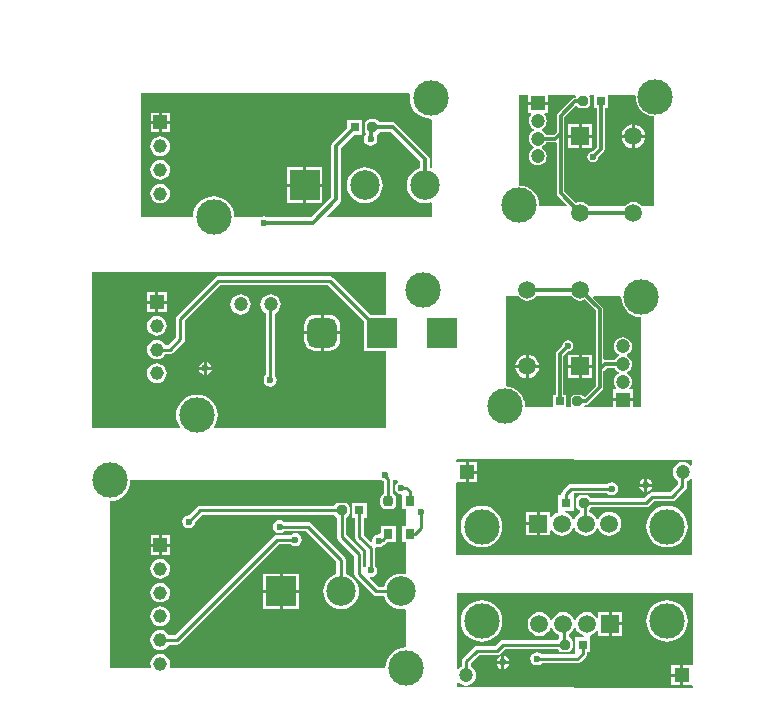
<source format=gbl>
G04*
G04 #@! TF.GenerationSoftware,Altium Limited,Altium Designer,20.1.8 (145)*
G04*
G04 Layer_Physical_Order=2*
G04 Layer_Color=16711680*
%FSLAX25Y25*%
%MOIN*%
G70*
G04*
G04 #@! TF.SameCoordinates,DC3DFF13-D98B-404C-8633-9541E25296ED*
G04*
G04*
G04 #@! TF.FilePolarity,Positive*
G04*
G01*
G75*
%ADD11R,0.03150X0.03150*%
G04:AMPARAMS|DCode=12|XSize=31.5mil|YSize=31.5mil|CornerRadius=7.87mil|HoleSize=0mil|Usage=FLASHONLY|Rotation=180.000|XOffset=0mil|YOffset=0mil|HoleType=Round|Shape=RoundedRectangle|*
%AMROUNDEDRECTD12*
21,1,0.03150,0.01575,0,0,180.0*
21,1,0.01575,0.03150,0,0,180.0*
1,1,0.01575,-0.00787,0.00787*
1,1,0.01575,0.00787,0.00787*
1,1,0.01575,0.00787,-0.00787*
1,1,0.01575,-0.00787,-0.00787*
%
%ADD12ROUNDEDRECTD12*%
%ADD14C,0.01000*%
%ADD19C,0.01181*%
%ADD21C,0.00122*%
%ADD22C,0.04724*%
%ADD23R,0.04724X0.04724*%
%ADD24C,0.05906*%
%ADD25R,0.05906X0.05906*%
%ADD26C,0.11811*%
%ADD27C,0.02362*%
%ADD28R,0.04528X0.04528*%
%ADD29C,0.04528*%
%ADD30R,0.09843X0.09843*%
%ADD31C,0.09843*%
%ADD32R,0.04724X0.04724*%
%ADD33R,0.05906X0.05906*%
G04:AMPARAMS|DCode=34|XSize=98.43mil|YSize=98.43mil|CornerRadius=24.61mil|HoleSize=0mil|Usage=FLASHONLY|Rotation=270.000|XOffset=0mil|YOffset=0mil|HoleType=Round|Shape=RoundedRectangle|*
%AMROUNDEDRECTD34*
21,1,0.09843,0.04921,0,0,270.0*
21,1,0.04921,0.09843,0,0,270.0*
1,1,0.04921,-0.02461,-0.02461*
1,1,0.04921,-0.02461,0.02461*
1,1,0.04921,0.02461,0.02461*
1,1,0.04921,0.02461,-0.02461*
%
%ADD34ROUNDEDRECTD34*%
G04:AMPARAMS|DCode=35|XSize=33.47mil|YSize=31.5mil|CornerRadius=7.87mil|HoleSize=0mil|Usage=FLASHONLY|Rotation=270.000|XOffset=0mil|YOffset=0mil|HoleType=Round|Shape=RoundedRectangle|*
%AMROUNDEDRECTD35*
21,1,0.03347,0.01575,0,0,270.0*
21,1,0.01772,0.03150,0,0,270.0*
1,1,0.01575,-0.00787,-0.00886*
1,1,0.01575,-0.00787,0.00886*
1,1,0.01575,0.00787,0.00886*
1,1,0.01575,0.00787,-0.00886*
%
%ADD35ROUNDEDRECTD35*%
%ADD36R,0.03150X0.03347*%
G36*
X188989Y222728D02*
X188855Y222504D01*
X188583D01*
X188107Y222410D01*
X187703Y222140D01*
X182978Y217415D01*
X182709Y217012D01*
X182614Y216535D01*
Y211136D01*
X182585Y211116D01*
X181571Y210103D01*
X178888D01*
X178778Y210367D01*
X178298Y210992D01*
X177673Y211472D01*
X177508Y211541D01*
Y212082D01*
X177673Y212150D01*
X178298Y212630D01*
X178778Y213255D01*
X179079Y213983D01*
X179182Y214764D01*
X179079Y215545D01*
X178778Y216273D01*
X178368Y216807D01*
X178513Y217307D01*
X179527D01*
Y220169D01*
X172802D01*
Y217307D01*
X173815D01*
X173961Y216807D01*
X173551Y216273D01*
X173249Y215545D01*
X173146Y214764D01*
X173249Y213983D01*
X173551Y213255D01*
X174030Y212630D01*
X174655Y212150D01*
X174821Y212082D01*
Y211541D01*
X174655Y211472D01*
X174030Y210992D01*
X173551Y210367D01*
X173249Y209639D01*
X173146Y208858D01*
X173249Y208077D01*
X173551Y207349D01*
X174030Y206724D01*
X174655Y206245D01*
X174821Y206176D01*
Y205635D01*
X174655Y205566D01*
X174030Y205087D01*
X173551Y204462D01*
X173249Y203734D01*
X173146Y202953D01*
X173249Y202172D01*
X173551Y201444D01*
X174030Y200819D01*
X174655Y200339D01*
X175383Y200038D01*
X176164Y199935D01*
X176945Y200038D01*
X177673Y200339D01*
X178298Y200819D01*
X178778Y201444D01*
X179079Y202172D01*
X179182Y202953D01*
X179079Y203734D01*
X178778Y204462D01*
X178298Y205087D01*
X177673Y205566D01*
X177508Y205635D01*
Y206176D01*
X177673Y206245D01*
X178298Y206724D01*
X178778Y207349D01*
X178888Y207614D01*
X182087D01*
X182114Y207619D01*
X182614Y207209D01*
Y190551D01*
X182709Y190075D01*
X182978Y189671D01*
X185967Y186682D01*
X185776Y186221D01*
X176979D01*
X176644Y186591D01*
X176646Y186614D01*
X176520Y187895D01*
X176146Y189127D01*
X175539Y190263D01*
X174722Y191258D01*
X173727Y192075D01*
X172592Y192681D01*
X171360Y193055D01*
X170079Y193181D01*
Y223228D01*
X172802D01*
Y221169D01*
X179527D01*
Y223228D01*
X188706D01*
X188989Y222728D01*
D02*
G37*
G36*
X208790Y222858D02*
X208787Y222835D01*
X208913Y221553D01*
X209287Y220322D01*
X209894Y219186D01*
X210711Y218191D01*
X211706Y217374D01*
X212841Y216768D01*
X214073Y216394D01*
X214961Y216306D01*
Y186221D01*
X210925D01*
X210626Y186610D01*
X209878Y187185D01*
X209006Y187546D01*
X208071Y187669D01*
X207136Y187546D01*
X206264Y187185D01*
X205516Y186610D01*
X205217Y186221D01*
X193209D01*
X192910Y186610D01*
X192161Y187185D01*
X191290Y187546D01*
X190354Y187669D01*
X189419Y187546D01*
X188857Y187313D01*
X185103Y191067D01*
Y216020D01*
X188788Y219705D01*
X189414Y219624D01*
X189529Y219451D01*
X189998Y219137D01*
X190551Y219027D01*
X192126D01*
X192679Y219137D01*
X193148Y219451D01*
X193461Y219919D01*
X193571Y220473D01*
Y222047D01*
X193461Y222600D01*
X193376Y222728D01*
X193643Y223228D01*
X195039D01*
Y219055D01*
X196000D01*
Y206027D01*
X194561Y204588D01*
X194488Y204602D01*
X193782Y204462D01*
X193183Y204062D01*
X192782Y203463D01*
X192642Y202756D01*
X192782Y202049D01*
X193183Y201450D01*
X193782Y201050D01*
X194488Y200909D01*
X195195Y201050D01*
X195794Y201450D01*
X196194Y202049D01*
X196335Y202756D01*
X196320Y202828D01*
X198124Y204632D01*
X198394Y205036D01*
X198488Y205512D01*
Y219055D01*
X199449D01*
Y223228D01*
X208454D01*
X208790Y222858D01*
D02*
G37*
G36*
X133650Y223516D02*
X133537Y222370D01*
X133671Y221016D01*
X134066Y219715D01*
X134707Y218515D01*
X135570Y217463D01*
X136621Y216601D01*
X137821Y215959D01*
X139123Y215564D01*
X140476Y215431D01*
X140574Y215441D01*
X140945Y215105D01*
Y199355D01*
X140520Y199069D01*
X140126Y199252D01*
Y202047D01*
X140002Y202668D01*
X139651Y203194D01*
X129100Y213745D01*
X128573Y214097D01*
X127953Y214220D01*
X123443D01*
X123139Y214674D01*
X122548Y215070D01*
X121850Y215208D01*
X120276D01*
X119578Y215070D01*
X118987Y214674D01*
X118592Y214083D01*
X118453Y213386D01*
Y211811D01*
X118592Y211114D01*
X118820Y210772D01*
X118900Y210234D01*
X118418Y209512D01*
X118249Y208662D01*
X118418Y207810D01*
X118900Y207089D01*
X119621Y206607D01*
X120472Y206438D01*
X121323Y206607D01*
X122045Y207089D01*
X122527Y207810D01*
X122696Y208662D01*
X122527Y209512D01*
X122467Y209602D01*
X122548Y210127D01*
X123139Y210522D01*
X123443Y210977D01*
X127281D01*
X136882Y201376D01*
Y198986D01*
X136227Y198787D01*
X135198Y198238D01*
X134297Y197498D01*
X133557Y196596D01*
X133007Y195567D01*
X132668Y194451D01*
X132554Y193290D01*
X132668Y192130D01*
X133007Y191013D01*
X133557Y189985D01*
X134297Y189083D01*
X135198Y188343D01*
X136227Y187793D01*
X137343Y187455D01*
X138504Y187340D01*
X139665Y187455D01*
X140445Y187691D01*
X140945Y187330D01*
Y182677D01*
X106096D01*
X105905Y183139D01*
X110202Y187436D01*
X110553Y187962D01*
X110677Y188583D01*
Y205824D01*
X114876Y210024D01*
X117732D01*
Y215173D01*
X112583D01*
Y212317D01*
X107908Y207643D01*
X107557Y207117D01*
X107433Y206496D01*
Y189254D01*
X100856Y182677D01*
X86019Y182677D01*
X85890Y182763D01*
X85039Y182932D01*
X84188Y182763D01*
X84060Y182677D01*
X75049D01*
X75049Y182677D01*
X74916Y184031D01*
X74521Y185333D01*
X73880Y186532D01*
X73017Y187584D01*
X71965Y188447D01*
X70766Y189088D01*
X69464Y189483D01*
X68110Y189616D01*
X66756Y189483D01*
X65455Y189088D01*
X64255Y188447D01*
X63204Y187584D01*
X62341Y186532D01*
X61699Y185333D01*
X61305Y184031D01*
X61171Y182677D01*
X61171Y182677D01*
X44094D01*
Y224016D01*
X133303Y224016D01*
X133650Y223516D01*
D02*
G37*
G36*
X187799Y155909D02*
X188548Y155335D01*
X189419Y154974D01*
X190354Y154851D01*
X191290Y154974D01*
X191852Y155207D01*
X195606Y151453D01*
Y126500D01*
X191921Y122815D01*
X191295Y122896D01*
X191179Y123069D01*
X190710Y123382D01*
X190157Y123492D01*
X188583D01*
X188030Y123382D01*
X187561Y123069D01*
X187248Y122600D01*
X187138Y122047D01*
Y120472D01*
X187248Y119919D01*
X187333Y119791D01*
X187066Y119291D01*
X185669D01*
Y123465D01*
X184709D01*
Y136492D01*
X186148Y137932D01*
X186220Y137917D01*
X186927Y138058D01*
X187526Y138458D01*
X187926Y139057D01*
X188067Y139764D01*
X187926Y140470D01*
X187526Y141069D01*
X186927Y141470D01*
X186220Y141610D01*
X185514Y141470D01*
X184915Y141069D01*
X184514Y140470D01*
X184374Y139764D01*
X184388Y139691D01*
X182585Y137888D01*
X182315Y137484D01*
X182220Y137008D01*
Y123465D01*
X181260D01*
Y119291D01*
X172255D01*
X171919Y119662D01*
X171921Y119685D01*
X171795Y120966D01*
X171422Y122198D01*
X170815Y123334D01*
X169998Y124329D01*
X169003Y125145D01*
X167867Y125752D01*
X166636Y126126D01*
X165748Y126213D01*
Y156299D01*
X169783D01*
X170083Y155909D01*
X170831Y155335D01*
X171703Y154974D01*
X172638Y154851D01*
X173573Y154974D01*
X174445Y155335D01*
X175193Y155909D01*
X175492Y156299D01*
X187500D01*
X187799Y155909D01*
D02*
G37*
G36*
X125571Y150016D02*
X120578D01*
X108095Y162499D01*
X107598Y162830D01*
X107013Y162947D01*
X69685D01*
X69100Y162830D01*
X68604Y162499D01*
X55955Y149850D01*
X55623Y149354D01*
X55507Y148768D01*
Y142709D01*
X52859Y140061D01*
X52112D01*
X52064Y140178D01*
X51540Y140859D01*
X50859Y141382D01*
X50065Y141711D01*
X49213Y141823D01*
X48361Y141711D01*
X47567Y141382D01*
X46885Y140859D01*
X46362Y140178D01*
X46033Y139383D01*
X45921Y138531D01*
X46033Y137680D01*
X46362Y136885D01*
X46885Y136204D01*
X47567Y135681D01*
X48361Y135352D01*
X49213Y135240D01*
X50065Y135352D01*
X50859Y135681D01*
X51540Y136204D01*
X52064Y136885D01*
X52112Y137002D01*
X53492D01*
X54077Y137118D01*
X54574Y137450D01*
X58118Y140994D01*
X58449Y141490D01*
X58565Y142075D01*
Y148135D01*
X70319Y159888D01*
X106380D01*
X118415Y147853D01*
Y138173D01*
X125571D01*
Y112264D01*
X68543D01*
X68435Y112491D01*
X68361Y112764D01*
X68989Y113939D01*
X69384Y115241D01*
X69518Y116595D01*
X69384Y117948D01*
X68989Y119250D01*
X68348Y120450D01*
X67485Y121501D01*
X66434Y122364D01*
X65234Y123005D01*
X63932Y123400D01*
X62579Y123533D01*
X61225Y123400D01*
X59923Y123005D01*
X58724Y122364D01*
X57672Y121501D01*
X56809Y120450D01*
X56168Y119250D01*
X55773Y117948D01*
X55640Y116595D01*
X55773Y115241D01*
X56168Y113939D01*
X56796Y112764D01*
X56722Y112491D01*
X56615Y112264D01*
X27539D01*
Y164232D01*
X125571D01*
Y150016D01*
D02*
G37*
G36*
X204065Y155929D02*
X204063Y155905D01*
X204189Y154624D01*
X204563Y153392D01*
X205170Y152257D01*
X205986Y151262D01*
X206981Y150445D01*
X208117Y149838D01*
X209349Y149465D01*
X210630Y149338D01*
Y119291D01*
X207907D01*
Y121350D01*
X201182D01*
Y119291D01*
X192003D01*
X191720Y119791D01*
X191854Y120015D01*
X192126D01*
X192602Y120110D01*
X193006Y120380D01*
X197730Y125104D01*
X198000Y125508D01*
X198095Y125984D01*
Y131384D01*
X198124Y131404D01*
X199137Y132417D01*
X201821D01*
X201931Y132152D01*
X202410Y131527D01*
X203035Y131048D01*
X203201Y130979D01*
Y130438D01*
X203035Y130369D01*
X202410Y129890D01*
X201931Y129265D01*
X201629Y128537D01*
X201526Y127756D01*
X201629Y126975D01*
X201931Y126247D01*
X202341Y125713D01*
X202195Y125213D01*
X201182D01*
Y122350D01*
X207907D01*
Y125213D01*
X206893D01*
X206748Y125713D01*
X207158Y126247D01*
X207459Y126975D01*
X207562Y127756D01*
X207459Y128537D01*
X207158Y129265D01*
X206678Y129890D01*
X206053Y130369D01*
X205888Y130438D01*
Y130979D01*
X206053Y131048D01*
X206678Y131527D01*
X207158Y132152D01*
X207459Y132880D01*
X207562Y133661D01*
X207459Y134442D01*
X207158Y135170D01*
X206678Y135795D01*
X206053Y136275D01*
X205888Y136344D01*
Y136885D01*
X206053Y136953D01*
X206678Y137433D01*
X207158Y138058D01*
X207459Y138786D01*
X207562Y139567D01*
X207459Y140348D01*
X207158Y141076D01*
X206678Y141701D01*
X206053Y142181D01*
X205325Y142482D01*
X204544Y142585D01*
X203763Y142482D01*
X203035Y142181D01*
X202410Y141701D01*
X201931Y141076D01*
X201629Y140348D01*
X201526Y139567D01*
X201629Y138786D01*
X201931Y138058D01*
X202410Y137433D01*
X203035Y136953D01*
X203201Y136885D01*
Y136344D01*
X203035Y136275D01*
X202410Y135795D01*
X201931Y135170D01*
X201821Y134906D01*
X198622D01*
X198595Y134900D01*
X198095Y135311D01*
Y151969D01*
X198000Y152445D01*
X197730Y152848D01*
X194741Y155837D01*
X194933Y156299D01*
X203729D01*
X204065Y155929D01*
D02*
G37*
G36*
X227559Y101575D02*
Y100021D01*
X227059Y99851D01*
X226918Y100036D01*
X226215Y100575D01*
X225397Y100913D01*
X224520Y101029D01*
X223642Y100913D01*
X222824Y100575D01*
X222122Y100036D01*
X221583Y99333D01*
X221244Y98515D01*
X221128Y97638D01*
X221244Y96760D01*
X221583Y95942D01*
X222122Y95240D01*
X222824Y94701D01*
X222880Y94678D01*
Y93547D01*
X220572Y91239D01*
X220572Y91239D01*
X220276Y90943D01*
X214217D01*
X213632Y90827D01*
X213136Y90495D01*
X211571Y88931D01*
X193977D01*
X193611Y89478D01*
X193020Y89873D01*
X192323Y90011D01*
X190748D01*
X190051Y89873D01*
X189459Y89478D01*
X189064Y88886D01*
X188926Y88189D01*
Y86614D01*
X189064Y85917D01*
X189459Y85325D01*
X190051Y84930D01*
X190301Y84881D01*
Y84034D01*
X190132Y83965D01*
X189307Y83331D01*
X188673Y82505D01*
X188460Y81989D01*
X187918D01*
X187705Y82505D01*
X187071Y83331D01*
X186245Y83965D01*
X185284Y84363D01*
X185404Y84827D01*
X188205D01*
Y89976D01*
X188205D01*
X188255Y90455D01*
X188352Y90597D01*
X199186D01*
X199215Y90553D01*
X199936Y90071D01*
X200787Y89902D01*
X201638Y90071D01*
X202360Y90553D01*
X202842Y91275D01*
X203011Y92126D01*
X202842Y92977D01*
X202360Y93699D01*
X201638Y94181D01*
X200787Y94350D01*
X199936Y94181D01*
X199215Y93699D01*
X199186Y93655D01*
X187401D01*
X186816Y93539D01*
X186320Y93207D01*
X184548Y91436D01*
X184217Y90940D01*
X184100Y90354D01*
Y89976D01*
X183055D01*
Y84827D01*
X183100D01*
X183220Y84363D01*
X182258Y83965D01*
X181433Y83331D01*
X180831Y82546D01*
X180775Y82546D01*
X180331Y82881D01*
Y84465D01*
X176878D01*
Y80512D01*
Y76559D01*
X180331D01*
Y78143D01*
X180775Y78478D01*
X180831Y78477D01*
X181433Y77693D01*
X182258Y77059D01*
X183220Y76661D01*
X184252Y76525D01*
X185284Y76661D01*
X186245Y77059D01*
X187071Y77693D01*
X187705Y78518D01*
X187918Y79034D01*
X188460D01*
X188673Y78518D01*
X189307Y77693D01*
X190132Y77059D01*
X191094Y76661D01*
X192126Y76525D01*
X193158Y76661D01*
X194119Y77059D01*
X194945Y77693D01*
X195579Y78518D01*
X195792Y79034D01*
X196334D01*
X196547Y78518D01*
X197181Y77693D01*
X198006Y77059D01*
X198968Y76661D01*
X200000Y76525D01*
X201032Y76661D01*
X201993Y77059D01*
X202819Y77693D01*
X203453Y78518D01*
X203851Y79480D01*
X203987Y80512D01*
X203851Y81544D01*
X203453Y82505D01*
X202819Y83331D01*
X201993Y83965D01*
X201032Y84363D01*
X200000Y84499D01*
X198968Y84363D01*
X198006Y83965D01*
X197181Y83331D01*
X196547Y82505D01*
X196334Y81989D01*
X195792D01*
X195579Y82505D01*
X194945Y83331D01*
X194119Y83965D01*
X193360Y84279D01*
Y85158D01*
X193611Y85325D01*
X193977Y85872D01*
X212205D01*
X212790Y85989D01*
X213286Y86320D01*
X214850Y87884D01*
X220910D01*
X221495Y88001D01*
X221991Y88332D01*
X222735Y89076D01*
X222735Y89076D01*
X225491Y91832D01*
X225822Y92328D01*
X225939Y92913D01*
Y94586D01*
X226215Y94701D01*
X226918Y95240D01*
X227059Y95424D01*
X227559Y95254D01*
Y70079D01*
X148819D01*
Y94190D01*
X149283Y94275D01*
X149319Y94276D01*
X152146D01*
Y97638D01*
Y101000D01*
X149319D01*
X149283Y101000D01*
X148819Y101085D01*
Y101614D01*
X149173Y101967D01*
X227559Y101575D01*
D02*
G37*
G36*
X129570Y94382D02*
X129136Y94092D01*
X128654Y93371D01*
X128485Y92520D01*
X128654Y91669D01*
X129136Y90947D01*
X129858Y90465D01*
X130709Y90296D01*
X130890Y90147D01*
Y85245D01*
X132283D01*
Y79765D01*
X130890D01*
Y74418D01*
X132283D01*
Y64032D01*
X131898Y63702D01*
X131783Y63710D01*
X130630Y63824D01*
X129469Y63710D01*
X128353Y63371D01*
X127324Y62821D01*
X126423Y62081D01*
X125683Y61180D01*
X125133Y60151D01*
X124906Y59403D01*
X123074D01*
X120253Y62225D01*
X120438Y62618D01*
X120490Y62695D01*
X121323Y62861D01*
X122045Y63343D01*
X122527Y64064D01*
X122696Y64915D01*
X122527Y65766D01*
X122045Y66488D01*
X122002Y66517D01*
Y72398D01*
X122152Y72540D01*
X122453Y72733D01*
X123228Y72579D01*
X124079Y72749D01*
X124801Y73231D01*
X125120Y73708D01*
X125530Y73982D01*
X125966Y74418D01*
X128953D01*
Y79765D01*
X123803D01*
Y77307D01*
X123417Y76990D01*
X123228Y77027D01*
X122377Y76858D01*
X121656Y76376D01*
X121174Y75654D01*
X121004Y74803D01*
X121010Y74773D01*
X120550Y74527D01*
X118285Y76792D01*
Y82300D01*
X119330D01*
Y87450D01*
X114181D01*
Y82300D01*
X115226D01*
Y76158D01*
X115342Y75573D01*
X115674Y75077D01*
X118943Y71807D01*
Y66517D01*
X118900Y66488D01*
X118565Y65986D01*
X118065Y66138D01*
Y70473D01*
X117948Y71058D01*
X117617Y71554D01*
X112379Y76792D01*
Y82434D01*
X112926Y82799D01*
X113321Y83390D01*
X113460Y84088D01*
Y85662D01*
X113321Y86360D01*
X112926Y86951D01*
X112335Y87346D01*
X111637Y87485D01*
X110062D01*
X109365Y87346D01*
X108774Y86951D01*
X108408Y86404D01*
X63615D01*
X63030Y86288D01*
X62534Y85957D01*
X59893Y83316D01*
X59842Y83326D01*
X58991Y83157D01*
X58270Y82675D01*
X57788Y81953D01*
X57619Y81102D01*
X57788Y80251D01*
X58270Y79530D01*
X58991Y79048D01*
X59842Y78878D01*
X60694Y79048D01*
X61415Y79530D01*
X61897Y80251D01*
X62066Y81102D01*
X62056Y81153D01*
X64249Y83346D01*
X108408D01*
X108774Y82799D01*
X109320Y82434D01*
Y76158D01*
X109437Y75573D01*
X109768Y75077D01*
X115006Y69839D01*
Y63779D01*
X115122Y63194D01*
X115454Y62698D01*
X121360Y56793D01*
X121856Y56461D01*
X122441Y56345D01*
X124906D01*
X125133Y55597D01*
X125683Y54568D01*
X126423Y53667D01*
X127324Y52927D01*
X128353Y52377D01*
X129469Y52039D01*
X130630Y51924D01*
X131783Y52038D01*
X131898Y52046D01*
X132283Y51716D01*
Y39222D01*
X130930Y39089D01*
X129628Y38694D01*
X128428Y38053D01*
X127377Y37190D01*
X126514Y36138D01*
X125873Y34939D01*
X125478Y33637D01*
X125345Y32283D01*
X53745D01*
X53468Y32699D01*
X53574Y32955D01*
X53686Y33807D01*
X53574Y34659D01*
X53245Y35453D01*
X52721Y36135D01*
X52040Y36658D01*
X51246Y36987D01*
X50394Y37099D01*
X49542Y36987D01*
X48748Y36658D01*
X48066Y36135D01*
X47543Y35453D01*
X47214Y34659D01*
X47102Y33807D01*
X47214Y32955D01*
X47320Y32699D01*
X47042Y32283D01*
X33465D01*
Y87943D01*
X34818Y88076D01*
X36120Y88471D01*
X37320Y89112D01*
X38371Y89975D01*
X39234Y91027D01*
X39875Y92226D01*
X40270Y93528D01*
X40404Y94882D01*
X124217D01*
X124346Y94796D01*
X124813Y94703D01*
X124849Y94667D01*
Y90458D01*
X124302Y90093D01*
X123907Y89502D01*
X123768Y88804D01*
Y87033D01*
X123907Y86335D01*
X124302Y85744D01*
X124893Y85349D01*
X125591Y85210D01*
X127165D01*
X127863Y85349D01*
X128454Y85744D01*
X128849Y86335D01*
X128988Y87033D01*
Y88804D01*
X128849Y89502D01*
X128454Y90093D01*
X127907Y90458D01*
Y94882D01*
X129418D01*
X129570Y94382D01*
D02*
G37*
G36*
X227953Y33369D02*
X227488Y33283D01*
X227453Y33283D01*
X224626D01*
Y29921D01*
Y26559D01*
X227453D01*
X227488Y26559D01*
X227953Y26474D01*
Y25945D01*
X227598Y25592D01*
X149213Y25984D01*
Y27538D01*
X149713Y27708D01*
X149854Y27523D01*
X150556Y26984D01*
X151374Y26646D01*
X152252Y26530D01*
X153130Y26646D01*
X153948Y26984D01*
X154650Y27523D01*
X155189Y28226D01*
X155528Y29044D01*
X155643Y29921D01*
X155528Y30799D01*
X155189Y31617D01*
X154650Y32319D01*
X153948Y32858D01*
X153892Y32881D01*
Y34012D01*
X156200Y36320D01*
X156200Y36320D01*
X156495Y36616D01*
X162555D01*
X163140Y36732D01*
X163636Y37064D01*
X165200Y38628D01*
X182795D01*
X183160Y38081D01*
X183751Y37686D01*
X184449Y37548D01*
X186024D01*
X186721Y37686D01*
X187312Y38081D01*
X187707Y38673D01*
X187846Y39370D01*
Y40945D01*
X187707Y41642D01*
X187312Y42234D01*
X186721Y42629D01*
X186470Y42678D01*
Y43525D01*
X186639Y43595D01*
X187465Y44228D01*
X188098Y45054D01*
X188312Y45570D01*
X188853D01*
X189067Y45054D01*
X189700Y44228D01*
X190526Y43595D01*
X191488Y43196D01*
X191367Y42732D01*
X188567D01*
Y37583D01*
X188567D01*
X188516Y37104D01*
X188419Y36963D01*
X177585D01*
X177557Y37006D01*
X176835Y37488D01*
X175984Y37657D01*
X175133Y37488D01*
X174412Y37006D01*
X173930Y36284D01*
X173760Y35433D01*
X173930Y34582D01*
X174412Y33861D01*
X175133Y33379D01*
X175984Y33209D01*
X176835Y33379D01*
X177557Y33861D01*
X177585Y33904D01*
X189370D01*
X189955Y34020D01*
X190452Y34352D01*
X192223Y36123D01*
X192555Y36619D01*
X192671Y37205D01*
Y37583D01*
X193717D01*
Y42732D01*
X193672D01*
X193552Y43196D01*
X194513Y43595D01*
X195339Y44228D01*
X195941Y45013D01*
X195997Y45013D01*
X196441Y44678D01*
Y43095D01*
X199894D01*
Y47047D01*
Y51000D01*
X196441D01*
Y49417D01*
X195997Y49081D01*
X195941Y49082D01*
X195339Y49866D01*
X194513Y50500D01*
X193552Y50898D01*
X192520Y51034D01*
X191488Y50898D01*
X190526Y50500D01*
X189700Y49866D01*
X189067Y49041D01*
X188853Y48525D01*
X188312D01*
X188098Y49041D01*
X187465Y49866D01*
X186639Y50500D01*
X185678Y50898D01*
X184646Y51034D01*
X183614Y50898D01*
X182652Y50500D01*
X181826Y49866D01*
X181193Y49041D01*
X180979Y48525D01*
X180438D01*
X180224Y49041D01*
X179591Y49866D01*
X178765Y50500D01*
X177804Y50898D01*
X176772Y51034D01*
X175740Y50898D01*
X174778Y50500D01*
X173952Y49866D01*
X173319Y49041D01*
X172921Y48079D01*
X172785Y47047D01*
X172921Y46015D01*
X173319Y45054D01*
X173952Y44228D01*
X174778Y43595D01*
X175740Y43196D01*
X176772Y43060D01*
X177804Y43196D01*
X178765Y43595D01*
X179591Y44228D01*
X180224Y45054D01*
X180438Y45570D01*
X180979D01*
X181193Y45054D01*
X181826Y44228D01*
X182652Y43595D01*
X183412Y43280D01*
Y42401D01*
X183160Y42234D01*
X182795Y41687D01*
X164567D01*
X163982Y41570D01*
X163486Y41239D01*
X161921Y39675D01*
X155862D01*
X155277Y39558D01*
X154780Y39227D01*
X154037Y38483D01*
X154037Y38483D01*
X151281Y35727D01*
X150949Y35231D01*
X150833Y34646D01*
Y32973D01*
X150556Y32858D01*
X149854Y32319D01*
X149713Y32135D01*
X149213Y32305D01*
Y57480D01*
X227953D01*
Y33369D01*
D02*
G37*
%LPC*%
G36*
X208571Y213567D02*
Y210146D01*
X211992D01*
X211922Y210678D01*
X211524Y211639D01*
X210890Y212465D01*
X210064Y213098D01*
X209103Y213497D01*
X208571Y213567D01*
D02*
G37*
G36*
X207571D02*
X207039Y213497D01*
X206077Y213098D01*
X205252Y212465D01*
X204618Y211639D01*
X204220Y210678D01*
X204150Y210146D01*
X207571D01*
Y213567D01*
D02*
G37*
G36*
X194307Y213598D02*
X190854D01*
Y210146D01*
X194307D01*
Y213598D01*
D02*
G37*
G36*
X189854D02*
X186402D01*
Y210146D01*
X189854D01*
Y213598D01*
D02*
G37*
G36*
X211992Y209146D02*
X208571D01*
Y205725D01*
X209103Y205795D01*
X210064Y206193D01*
X210890Y206827D01*
X211524Y207652D01*
X211922Y208614D01*
X211992Y209146D01*
D02*
G37*
G36*
X207571D02*
X204150D01*
X204220Y208614D01*
X204618Y207652D01*
X205252Y206827D01*
X206077Y206193D01*
X207039Y205795D01*
X207571Y205725D01*
Y209146D01*
D02*
G37*
G36*
X194307D02*
X190854D01*
Y205693D01*
X194307D01*
Y209146D01*
D02*
G37*
G36*
X189854D02*
X186402D01*
Y205693D01*
X189854D01*
Y209146D01*
D02*
G37*
G36*
X53658Y217488D02*
X50894D01*
Y214724D01*
X53658D01*
Y217488D01*
D02*
G37*
G36*
X49894D02*
X47130D01*
Y214724D01*
X49894D01*
Y217488D01*
D02*
G37*
G36*
X53658Y213724D02*
X50894D01*
Y210961D01*
X53658D01*
Y213724D01*
D02*
G37*
G36*
X49894D02*
X47130D01*
Y210961D01*
X49894D01*
Y213724D01*
D02*
G37*
G36*
X50394Y209615D02*
X49542Y209503D01*
X48748Y209174D01*
X48066Y208651D01*
X47543Y207969D01*
X47214Y207175D01*
X47102Y206323D01*
X47214Y205471D01*
X47543Y204677D01*
X48066Y203995D01*
X48748Y203472D01*
X49542Y203143D01*
X50394Y203031D01*
X51246Y203143D01*
X52040Y203472D01*
X52721Y203995D01*
X53245Y204677D01*
X53574Y205471D01*
X53686Y206323D01*
X53574Y207175D01*
X53245Y207969D01*
X52721Y208651D01*
X52040Y209174D01*
X51246Y209503D01*
X50394Y209615D01*
D02*
G37*
G36*
Y201717D02*
X49542Y201605D01*
X48748Y201276D01*
X48066Y200753D01*
X47543Y200071D01*
X47214Y199277D01*
X47102Y198425D01*
X47214Y197573D01*
X47543Y196779D01*
X48066Y196098D01*
X48748Y195574D01*
X49542Y195246D01*
X50394Y195133D01*
X51246Y195246D01*
X52040Y195574D01*
X52721Y196098D01*
X53245Y196779D01*
X53574Y197573D01*
X53686Y198425D01*
X53574Y199277D01*
X53245Y200071D01*
X52721Y200753D01*
X52040Y201276D01*
X51246Y201605D01*
X50394Y201717D01*
D02*
G37*
G36*
X104425Y199212D02*
X99004D01*
Y193790D01*
X104425D01*
Y199212D01*
D02*
G37*
G36*
X98004D02*
X92583D01*
Y193790D01*
X98004D01*
Y199212D01*
D02*
G37*
G36*
X104425Y192790D02*
X99004D01*
Y187369D01*
X104425D01*
Y192790D01*
D02*
G37*
G36*
X98004D02*
X92583D01*
Y187369D01*
X98004D01*
Y192790D01*
D02*
G37*
G36*
X118504Y199240D02*
X117343Y199126D01*
X116227Y198787D01*
X115198Y198238D01*
X114297Y197498D01*
X113557Y196596D01*
X113007Y195567D01*
X112668Y194451D01*
X112554Y193290D01*
X112668Y192130D01*
X113007Y191013D01*
X113557Y189985D01*
X114297Y189083D01*
X115198Y188343D01*
X116227Y187793D01*
X117343Y187455D01*
X118504Y187340D01*
X119665Y187455D01*
X120781Y187793D01*
X121809Y188343D01*
X122711Y189083D01*
X123451Y189985D01*
X124001Y191013D01*
X124339Y192130D01*
X124454Y193290D01*
X124339Y194451D01*
X124001Y195567D01*
X123451Y196596D01*
X122711Y197498D01*
X121809Y198238D01*
X120781Y198787D01*
X119665Y199126D01*
X118504Y199240D01*
D02*
G37*
G36*
X50394Y193816D02*
X49542Y193703D01*
X48748Y193375D01*
X48066Y192851D01*
X47543Y192170D01*
X47214Y191376D01*
X47102Y190524D01*
X47214Y189672D01*
X47543Y188878D01*
X48066Y188196D01*
X48748Y187673D01*
X49542Y187344D01*
X50394Y187232D01*
X51246Y187344D01*
X52040Y187673D01*
X52721Y188196D01*
X53245Y188878D01*
X53574Y189672D01*
X53686Y190524D01*
X53574Y191376D01*
X53245Y192170D01*
X52721Y192851D01*
X52040Y193375D01*
X51246Y193703D01*
X50394Y193816D01*
D02*
G37*
G36*
X194307Y136827D02*
X190854D01*
Y133374D01*
X194307D01*
Y136827D01*
D02*
G37*
G36*
X189854D02*
X186401D01*
Y133374D01*
X189854D01*
Y136827D01*
D02*
G37*
G36*
X173138Y136795D02*
Y133374D01*
X176559D01*
X176489Y133906D01*
X176091Y134867D01*
X175457Y135693D01*
X174631Y136327D01*
X173670Y136725D01*
X173138Y136795D01*
D02*
G37*
G36*
X172138D02*
X171606Y136725D01*
X170644Y136327D01*
X169819Y135693D01*
X169185Y134867D01*
X168787Y133906D01*
X168717Y133374D01*
X172138D01*
Y136795D01*
D02*
G37*
G36*
X176559Y132374D02*
X173138D01*
Y128953D01*
X173670Y129023D01*
X174631Y129421D01*
X175457Y130055D01*
X176091Y130880D01*
X176489Y131842D01*
X176559Y132374D01*
D02*
G37*
G36*
X172138D02*
X168717D01*
X168787Y131842D01*
X169185Y130880D01*
X169819Y130055D01*
X170644Y129421D01*
X171606Y129023D01*
X172138Y128953D01*
Y132374D01*
D02*
G37*
G36*
X194307D02*
X190854D01*
Y128921D01*
X194307D01*
Y132374D01*
D02*
G37*
G36*
X189854D02*
X186401D01*
Y128921D01*
X189854D01*
Y132374D01*
D02*
G37*
G36*
X52476Y157595D02*
X49713D01*
Y154831D01*
X52476D01*
Y157595D01*
D02*
G37*
G36*
X48713D02*
X45949D01*
Y154831D01*
X48713D01*
Y157595D01*
D02*
G37*
G36*
X52476Y153831D02*
X49713D01*
Y151067D01*
X52476D01*
Y153831D01*
D02*
G37*
G36*
X48713D02*
X45949D01*
Y151067D01*
X48713D01*
Y153831D01*
D02*
G37*
G36*
X77165Y156934D02*
X76288Y156819D01*
X75470Y156480D01*
X74767Y155941D01*
X74229Y155239D01*
X73890Y154421D01*
X73774Y153543D01*
X73890Y152666D01*
X74229Y151848D01*
X74767Y151145D01*
X75470Y150606D01*
X76288Y150268D01*
X77165Y150152D01*
X78043Y150268D01*
X78861Y150606D01*
X79563Y151145D01*
X80102Y151848D01*
X80441Y152666D01*
X80557Y153543D01*
X80441Y154421D01*
X80102Y155239D01*
X79563Y155941D01*
X78861Y156480D01*
X78043Y156819D01*
X77165Y156934D01*
D02*
G37*
G36*
X106797Y150046D02*
X104836D01*
Y144595D01*
X110287D01*
Y146555D01*
X110168Y147459D01*
X109819Y148300D01*
X109265Y149023D01*
X108542Y149578D01*
X107700Y149927D01*
X106797Y150046D01*
D02*
G37*
G36*
X103836D02*
X101875D01*
X100972Y149927D01*
X100130Y149578D01*
X99407Y149023D01*
X98852Y148300D01*
X98504Y147459D01*
X98385Y146555D01*
Y144595D01*
X103836D01*
Y150046D01*
D02*
G37*
G36*
X49213Y149721D02*
X48361Y149609D01*
X47567Y149280D01*
X46885Y148757D01*
X46362Y148075D01*
X46033Y147281D01*
X45921Y146429D01*
X46033Y145577D01*
X46362Y144783D01*
X46885Y144101D01*
X47567Y143578D01*
X48361Y143249D01*
X49213Y143137D01*
X50065Y143249D01*
X50859Y143578D01*
X51540Y144101D01*
X52064Y144783D01*
X52392Y145577D01*
X52504Y146429D01*
X52392Y147281D01*
X52064Y148075D01*
X51540Y148757D01*
X50859Y149280D01*
X50065Y149609D01*
X49213Y149721D01*
D02*
G37*
G36*
X110287Y143595D02*
X104836D01*
Y138143D01*
X106797D01*
X107700Y138262D01*
X108542Y138611D01*
X109265Y139166D01*
X109819Y139889D01*
X110168Y140730D01*
X110287Y141634D01*
Y143595D01*
D02*
G37*
G36*
X103836D02*
X98385D01*
Y141634D01*
X98504Y140730D01*
X98852Y139889D01*
X99407Y139166D01*
X100130Y138611D01*
X100972Y138262D01*
X101875Y138143D01*
X103836D01*
Y143595D01*
D02*
G37*
G36*
X65854Y134408D02*
Y132783D01*
X67479D01*
X67409Y133134D01*
X66927Y133856D01*
X66205Y134338D01*
X65854Y134408D01*
D02*
G37*
G36*
X64854D02*
X64503Y134338D01*
X63782Y133856D01*
X63300Y133134D01*
X63230Y132783D01*
X64854D01*
Y134408D01*
D02*
G37*
G36*
X67479Y131783D02*
X65854D01*
Y130159D01*
X66205Y130229D01*
X66927Y130711D01*
X67409Y131432D01*
X67479Y131783D01*
D02*
G37*
G36*
X64854D02*
X63230D01*
X63300Y131432D01*
X63782Y130711D01*
X64503Y130229D01*
X64854Y130159D01*
Y131783D01*
D02*
G37*
G36*
X49213Y133922D02*
X48361Y133810D01*
X47567Y133481D01*
X46885Y132958D01*
X46362Y132276D01*
X46033Y131482D01*
X45921Y130630D01*
X46033Y129778D01*
X46362Y128984D01*
X46885Y128302D01*
X47567Y127779D01*
X48361Y127450D01*
X49213Y127338D01*
X50065Y127450D01*
X50859Y127779D01*
X51540Y128302D01*
X52064Y128984D01*
X52392Y129778D01*
X52504Y130630D01*
X52392Y131482D01*
X52064Y132276D01*
X51540Y132958D01*
X50859Y133481D01*
X50065Y133810D01*
X49213Y133922D01*
D02*
G37*
G36*
X87165Y156934D02*
X86288Y156819D01*
X85470Y156480D01*
X84767Y155941D01*
X84228Y155239D01*
X83890Y154421D01*
X83774Y153543D01*
X83890Y152666D01*
X84228Y151848D01*
X84767Y151145D01*
X85470Y150606D01*
X85479Y150603D01*
Y129948D01*
X85435Y129919D01*
X84953Y129198D01*
X84784Y128347D01*
X84953Y127495D01*
X85435Y126774D01*
X86157Y126292D01*
X87008Y126123D01*
X87859Y126292D01*
X88580Y126774D01*
X89062Y127495D01*
X89232Y128347D01*
X89062Y129198D01*
X88580Y129919D01*
X88537Y129948D01*
Y150472D01*
X88861Y150606D01*
X89563Y151145D01*
X90102Y151848D01*
X90441Y152666D01*
X90557Y153543D01*
X90441Y154421D01*
X90102Y155239D01*
X89563Y155941D01*
X88861Y156480D01*
X88043Y156819D01*
X87165Y156934D01*
D02*
G37*
G36*
X156008Y101000D02*
X153146D01*
Y98138D01*
X156008D01*
Y101000D01*
D02*
G37*
G36*
Y97138D02*
X153146D01*
Y94276D01*
X156008D01*
Y97138D01*
D02*
G37*
G36*
X212705Y95431D02*
Y93807D01*
X214329D01*
X214259Y94158D01*
X213777Y94880D01*
X213056Y95362D01*
X212705Y95431D01*
D02*
G37*
G36*
X211705D02*
X211354Y95362D01*
X210632Y94880D01*
X210150Y94158D01*
X210080Y93807D01*
X211705D01*
Y95431D01*
D02*
G37*
G36*
X214329Y92807D02*
X212705D01*
Y91183D01*
X213056Y91252D01*
X213777Y91735D01*
X214259Y92456D01*
X214329Y92807D01*
D02*
G37*
G36*
X211705D02*
X210080D01*
X210150Y92456D01*
X210632Y91735D01*
X211354Y91252D01*
X211705Y91183D01*
Y92807D01*
D02*
G37*
G36*
X175878Y84465D02*
X172425D01*
Y81012D01*
X175878D01*
Y84465D01*
D02*
G37*
G36*
Y80012D02*
X172425D01*
Y76559D01*
X175878D01*
Y80012D01*
D02*
G37*
G36*
X219291Y86466D02*
X217938Y86333D01*
X216636Y85938D01*
X215436Y85297D01*
X214385Y84434D01*
X213522Y83383D01*
X212881Y82183D01*
X212486Y80881D01*
X212352Y79527D01*
X212486Y78174D01*
X212881Y76872D01*
X213522Y75673D01*
X214385Y74621D01*
X215436Y73758D01*
X216636Y73117D01*
X217938Y72722D01*
X219291Y72589D01*
X220645Y72722D01*
X221947Y73117D01*
X223146Y73758D01*
X224198Y74621D01*
X225061Y75673D01*
X225702Y76872D01*
X226097Y78174D01*
X226230Y79527D01*
X226097Y80881D01*
X225702Y82183D01*
X225061Y83383D01*
X224198Y84434D01*
X223146Y85297D01*
X221947Y85938D01*
X220645Y86333D01*
X219291Y86466D01*
D02*
G37*
G36*
X157480D02*
X156126Y86333D01*
X154825Y85938D01*
X153625Y85297D01*
X152574Y84434D01*
X151711Y83383D01*
X151069Y82183D01*
X150675Y80881D01*
X150541Y79527D01*
X150675Y78174D01*
X151069Y76872D01*
X151711Y75673D01*
X152574Y74621D01*
X153625Y73758D01*
X154825Y73117D01*
X156126Y72722D01*
X157480Y72589D01*
X158834Y72722D01*
X160136Y73117D01*
X161335Y73758D01*
X162387Y74621D01*
X163250Y75673D01*
X163891Y76872D01*
X164286Y78174D01*
X164419Y79527D01*
X164286Y80881D01*
X163891Y82183D01*
X163250Y83383D01*
X162387Y84434D01*
X161335Y85297D01*
X160136Y85938D01*
X158834Y86333D01*
X157480Y86466D01*
D02*
G37*
G36*
X53658Y76571D02*
X50894D01*
Y73807D01*
X53658D01*
Y76571D01*
D02*
G37*
G36*
X49894D02*
X47130D01*
Y73807D01*
X49894D01*
Y76571D01*
D02*
G37*
G36*
X95360Y77415D02*
X94509Y77245D01*
X93788Y76763D01*
X93759Y76720D01*
X89364D01*
X88779Y76604D01*
X88283Y76272D01*
X55248Y43238D01*
X53293D01*
X53245Y43355D01*
X52721Y44036D01*
X52040Y44560D01*
X51246Y44888D01*
X50394Y45001D01*
X49542Y44888D01*
X48748Y44560D01*
X48066Y44036D01*
X47543Y43355D01*
X47214Y42561D01*
X47102Y41709D01*
X47214Y40857D01*
X47543Y40063D01*
X48066Y39381D01*
X48748Y38858D01*
X49542Y38529D01*
X50394Y38417D01*
X51246Y38529D01*
X52040Y38858D01*
X52721Y39381D01*
X53245Y40063D01*
X53293Y40179D01*
X55882D01*
X56467Y40296D01*
X56963Y40627D01*
X89998Y73661D01*
X93759D01*
X93788Y73618D01*
X94509Y73136D01*
X95360Y72967D01*
X96211Y73136D01*
X96933Y73618D01*
X97415Y74340D01*
X97584Y75191D01*
X97415Y76042D01*
X96933Y76763D01*
X96211Y77245D01*
X95360Y77415D01*
D02*
G37*
G36*
X53658Y72807D02*
X50894D01*
Y70043D01*
X53658D01*
Y72807D01*
D02*
G37*
G36*
X49894D02*
X47130D01*
Y70043D01*
X49894D01*
Y72807D01*
D02*
G37*
G36*
X50394Y68698D02*
X49542Y68585D01*
X48748Y68256D01*
X48066Y67733D01*
X47543Y67052D01*
X47214Y66258D01*
X47102Y65405D01*
X47214Y64553D01*
X47543Y63760D01*
X48066Y63078D01*
X48748Y62555D01*
X49542Y62226D01*
X50394Y62114D01*
X51246Y62226D01*
X52040Y62555D01*
X52721Y63078D01*
X53245Y63760D01*
X53574Y64553D01*
X53686Y65405D01*
X53574Y66258D01*
X53245Y67052D01*
X52721Y67733D01*
X52040Y68256D01*
X51246Y68585D01*
X50394Y68698D01*
D02*
G37*
G36*
X96551Y63795D02*
X91130D01*
Y58374D01*
X96551D01*
Y63795D01*
D02*
G37*
G36*
X90130D02*
X84709D01*
Y58374D01*
X90130D01*
Y63795D01*
D02*
G37*
G36*
X50394Y60800D02*
X49542Y60688D01*
X48748Y60359D01*
X48066Y59836D01*
X47543Y59154D01*
X47214Y58360D01*
X47102Y57508D01*
X47214Y56656D01*
X47543Y55862D01*
X48066Y55180D01*
X48748Y54657D01*
X49542Y54328D01*
X50394Y54216D01*
X51246Y54328D01*
X52040Y54657D01*
X52721Y55180D01*
X53245Y55862D01*
X53574Y56656D01*
X53686Y57508D01*
X53574Y58360D01*
X53245Y59154D01*
X52721Y59836D01*
X52040Y60359D01*
X51246Y60688D01*
X50394Y60800D01*
D02*
G37*
G36*
X96551Y57374D02*
X91130D01*
Y51953D01*
X96551D01*
Y57374D01*
D02*
G37*
G36*
X90130D02*
X84709D01*
Y51953D01*
X90130D01*
Y57374D01*
D02*
G37*
G36*
X90158Y81751D02*
X89306Y81582D01*
X88585Y81100D01*
X88103Y80379D01*
X87934Y79528D01*
X88103Y78676D01*
X88585Y77955D01*
X89306Y77473D01*
X90158Y77304D01*
X91009Y77473D01*
X91730Y77955D01*
X91759Y77998D01*
X98973D01*
X109100Y67870D01*
Y63598D01*
X108353Y63371D01*
X107324Y62821D01*
X106423Y62081D01*
X105683Y61180D01*
X105133Y60151D01*
X104794Y59035D01*
X104680Y57874D01*
X104794Y56713D01*
X105133Y55597D01*
X105683Y54568D01*
X106423Y53667D01*
X107324Y52927D01*
X108353Y52377D01*
X109469Y52039D01*
X110630Y51924D01*
X111791Y52039D01*
X112907Y52377D01*
X113935Y52927D01*
X114837Y53667D01*
X115577Y54568D01*
X116127Y55597D01*
X116465Y56713D01*
X116580Y57874D01*
X116465Y59035D01*
X116127Y60151D01*
X115577Y61180D01*
X114837Y62081D01*
X113935Y62821D01*
X112907Y63371D01*
X112159Y63598D01*
Y68504D01*
X112043Y69089D01*
X111711Y69585D01*
X100688Y80609D01*
X100192Y80941D01*
X99606Y81057D01*
X91759D01*
X91730Y81100D01*
X91009Y81582D01*
X90158Y81751D01*
D02*
G37*
G36*
X50394Y52898D02*
X49542Y52786D01*
X48748Y52457D01*
X48066Y51934D01*
X47543Y51252D01*
X47214Y50458D01*
X47102Y49606D01*
X47214Y48754D01*
X47543Y47960D01*
X48066Y47279D01*
X48748Y46755D01*
X49542Y46426D01*
X50394Y46314D01*
X51246Y46426D01*
X52040Y46755D01*
X52721Y47279D01*
X53245Y47960D01*
X53574Y48754D01*
X53686Y49606D01*
X53574Y50458D01*
X53245Y51252D01*
X52721Y51934D01*
X52040Y52457D01*
X51246Y52786D01*
X50394Y52898D01*
D02*
G37*
G36*
X204346Y51000D02*
X200894D01*
Y47547D01*
X204346D01*
Y51000D01*
D02*
G37*
G36*
Y46547D02*
X200894D01*
Y43095D01*
X204346D01*
Y46547D01*
D02*
G37*
G36*
X219291Y54971D02*
X217938Y54837D01*
X216636Y54442D01*
X215436Y53801D01*
X214385Y52938D01*
X213522Y51887D01*
X212881Y50687D01*
X212486Y49385D01*
X212352Y48031D01*
X212486Y46678D01*
X212881Y45376D01*
X213522Y44177D01*
X214385Y43125D01*
X215436Y42262D01*
X216636Y41621D01*
X217938Y41226D01*
X219291Y41093D01*
X220645Y41226D01*
X221947Y41621D01*
X223146Y42262D01*
X224198Y43125D01*
X225061Y44177D01*
X225702Y45376D01*
X226097Y46678D01*
X226230Y48031D01*
X226097Y49385D01*
X225702Y50687D01*
X225061Y51887D01*
X224198Y52938D01*
X223146Y53801D01*
X221947Y54442D01*
X220645Y54837D01*
X219291Y54971D01*
D02*
G37*
G36*
X157480D02*
X156127Y54837D01*
X154825Y54442D01*
X153625Y53801D01*
X152574Y52938D01*
X151711Y51887D01*
X151070Y50687D01*
X150675Y49385D01*
X150541Y48031D01*
X150675Y46678D01*
X151070Y45376D01*
X151711Y44177D01*
X152574Y43125D01*
X153625Y42262D01*
X154825Y41621D01*
X156127Y41226D01*
X157480Y41093D01*
X158834Y41226D01*
X160136Y41621D01*
X161335Y42262D01*
X162387Y43125D01*
X163250Y44177D01*
X163891Y45376D01*
X164286Y46678D01*
X164419Y48031D01*
X164286Y49385D01*
X163891Y50687D01*
X163250Y51887D01*
X162387Y52938D01*
X161335Y53801D01*
X160136Y54442D01*
X158834Y54837D01*
X157480Y54971D01*
D02*
G37*
G36*
X165067Y36376D02*
Y34752D01*
X166691D01*
X166621Y35103D01*
X166139Y35824D01*
X165418Y36307D01*
X165067Y36376D01*
D02*
G37*
G36*
X164067D02*
X163716Y36307D01*
X162995Y35824D01*
X162512Y35103D01*
X162443Y34752D01*
X164067D01*
Y36376D01*
D02*
G37*
G36*
X166691Y33752D02*
X165067D01*
Y32128D01*
X165418Y32197D01*
X166139Y32680D01*
X166621Y33401D01*
X166691Y33752D01*
D02*
G37*
G36*
X164067D02*
X162443D01*
X162512Y33401D01*
X162995Y32680D01*
X163716Y32197D01*
X164067Y32128D01*
Y33752D01*
D02*
G37*
G36*
X223626Y33283D02*
X220764D01*
Y30421D01*
X223626D01*
Y33283D01*
D02*
G37*
G36*
Y29421D02*
X220764D01*
Y26559D01*
X223626D01*
Y29421D01*
D02*
G37*
%LPD*%
D11*
X191142Y40157D02*
D03*
X185630Y87401D02*
D03*
X115157Y212598D02*
D03*
X197244Y221260D02*
D03*
X183465Y121260D02*
D03*
X116755Y84875D02*
D03*
D12*
X185236Y40157D02*
D03*
X191535Y87401D02*
D03*
X121063Y212598D02*
D03*
X191339Y221260D02*
D03*
X189370Y121260D02*
D03*
X110850Y84875D02*
D03*
D14*
X191142Y40157D02*
Y37205D01*
X189370Y35433D01*
X175984D02*
X189370D01*
X164567Y40157D02*
X185236D01*
X184646Y47047D02*
X184941Y46752D01*
Y40453D01*
X155118Y37402D02*
X155118D01*
X164567Y40157D02*
X162555Y38145D01*
X155862D02*
X155118Y37402D01*
X155862Y38145D02*
X162555D01*
X155118Y37402D02*
X152362Y34646D01*
Y30031D02*
X152252Y29921D01*
X152362Y34646D02*
Y30031D01*
X184941Y40453D02*
X185236Y40157D01*
X187008Y47047D02*
X187106Y46949D01*
X185630Y87401D02*
Y90354D01*
X187401Y92126D01*
X200787D02*
X187401D01*
X212205Y87401D02*
X191535D01*
X192126Y80512D02*
X191831Y80807D01*
Y87106D01*
X221654Y90157D02*
X221654D01*
X212205Y87401D02*
X214217Y89414D01*
X220910D02*
X221654Y90157D01*
X220910Y89414D02*
X214217D01*
X221654Y90157D02*
X224409Y92913D01*
Y97527D02*
X224520Y97638D01*
X224409Y92913D02*
Y97527D01*
X191831Y87106D02*
X191535Y87401D01*
X189764Y80512D02*
X189665Y80610D01*
X126378Y76993D02*
Y77092D01*
X124449Y75064D02*
X126378Y76993D01*
X123489Y75064D02*
X124449D01*
X123228Y74803D02*
X123489Y75064D01*
X130709Y92520D02*
X132283D01*
X133465Y91339D01*
Y87918D02*
Y91339D01*
X126378Y87918D02*
Y95301D01*
X125197Y96482D02*
X126378Y95301D01*
X125197Y96482D02*
Y96850D01*
X116755Y76158D02*
X120472Y72441D01*
Y64915D02*
Y72441D01*
X116755Y76158D02*
Y84875D01*
X116535Y63779D02*
X122441Y57874D01*
X110850Y76158D02*
X116535Y70473D01*
Y63779D02*
Y70473D01*
X110850Y76158D02*
Y84875D01*
X90158Y79528D02*
X99606D01*
X110630Y68504D01*
Y57874D02*
Y68504D01*
X55882Y41709D02*
X89364Y75191D01*
X95360D01*
X122441Y57874D02*
X130630D01*
X133465Y77092D02*
X133538Y77165D01*
X135433D01*
X137402Y79134D02*
Y84252D01*
X135433Y77165D02*
X137402Y79134D01*
X63615Y84875D02*
X110850D01*
X59842Y81102D02*
X63615Y84875D01*
X50394Y41709D02*
X55882D01*
X87008Y153386D02*
X87165Y153543D01*
X87008Y128347D02*
Y153386D01*
X49213Y138531D02*
X53492D01*
X57036Y142075D01*
Y148768D01*
X69685Y161417D01*
X107013D02*
X124336Y144095D01*
X69685Y161417D02*
X107013D01*
D19*
X120698Y212234D02*
X121063Y212598D01*
X120698Y208887D02*
Y212234D01*
X120472Y208662D02*
X120698Y208887D01*
X85039Y180709D02*
X101181D01*
X109055Y188583D01*
Y206496D01*
X115157Y212598D01*
X121063D02*
X127953D01*
X138504Y193290D02*
Y202047D01*
X127953Y212598D02*
X138504Y202047D01*
X194488Y202756D02*
X197244Y205512D01*
X183858Y190551D02*
X190354Y184055D01*
X183858Y216535D02*
X188583Y221260D01*
X183858Y190551D02*
Y216535D01*
X182087Y208858D02*
X183465Y210236D01*
X197244Y205512D02*
Y221260D01*
X190354Y184055D02*
X208071D01*
X176164Y208858D02*
X182087D01*
X188583Y221260D02*
X191339D01*
X186220Y139764D02*
X183465Y137008D01*
X196850Y151969D02*
X190354Y158465D01*
X196850Y125984D02*
X192126Y121260D01*
X196850Y151969D02*
Y125984D01*
X198622Y133661D02*
X197244Y132283D01*
X183465Y137008D02*
Y121260D01*
X190354Y158465D02*
X172638D01*
X204544Y133661D02*
X198622D01*
X192126Y121260D02*
X189370D01*
D21*
X24016Y241339D02*
D03*
Y237402D02*
D03*
Y245276D02*
D03*
Y249213D02*
D03*
X240945Y22835D02*
D03*
X237008D02*
D03*
X244882D02*
D03*
X248819D02*
D03*
X7087Y22441D02*
D03*
X3150D02*
D03*
X11024D02*
D03*
X14961D02*
D03*
X192126Y67716D02*
D03*
X188189D02*
D03*
X180315D02*
D03*
X184252D02*
D03*
X192126Y59842D02*
D03*
X188189D02*
D03*
X180315D02*
D03*
X184252D02*
D03*
X192126Y22441D02*
D03*
X196063D02*
D03*
X188189D02*
D03*
X184252D02*
D03*
X231102Y47638D02*
D03*
Y43701D02*
D03*
Y35827D02*
D03*
Y39764D02*
D03*
Y82284D02*
D03*
Y78347D02*
D03*
Y86221D02*
D03*
Y90158D02*
D03*
X146063Y59449D02*
D03*
Y55512D02*
D03*
Y63386D02*
D03*
Y67323D02*
D03*
X186614Y104724D02*
D03*
X182677D02*
D03*
X190551D02*
D03*
X194488D02*
D03*
X228346Y143307D02*
D03*
Y139370D02*
D03*
Y131496D02*
D03*
Y135433D02*
D03*
X225197D02*
D03*
Y131496D02*
D03*
Y139370D02*
D03*
Y143307D02*
D03*
X194488Y110630D02*
D03*
X190551D02*
D03*
X182677D02*
D03*
X186614D02*
D03*
X185433Y165354D02*
D03*
X189370D02*
D03*
X197244D02*
D03*
X193307D02*
D03*
X155512Y133858D02*
D03*
Y129921D02*
D03*
Y137795D02*
D03*
Y141732D02*
D03*
X194095Y231890D02*
D03*
X198031D02*
D03*
X190157D02*
D03*
X186221D02*
D03*
X225197Y205118D02*
D03*
Y201181D02*
D03*
Y193307D02*
D03*
Y197244D02*
D03*
X228346D02*
D03*
Y193307D02*
D03*
Y201181D02*
D03*
Y205118D02*
D03*
X194488Y177165D02*
D03*
X190551D02*
D03*
X182677D02*
D03*
X186614D02*
D03*
X155512Y205512D02*
D03*
Y201575D02*
D03*
Y193701D02*
D03*
Y197638D02*
D03*
X227953Y241339D02*
D03*
Y237402D02*
D03*
Y245276D02*
D03*
Y249213D02*
D03*
X152362Y197638D02*
D03*
Y193701D02*
D03*
Y201575D02*
D03*
Y205512D02*
D03*
X23622D02*
D03*
Y209449D02*
D03*
Y201575D02*
D03*
Y197638D02*
D03*
X79921Y231890D02*
D03*
X83858D02*
D03*
X91732D02*
D03*
X87795D02*
D03*
X79921Y168110D02*
D03*
X83858D02*
D03*
X91732D02*
D03*
X87795D02*
D03*
X79921Y171260D02*
D03*
X75984D02*
D03*
X83858D02*
D03*
X87795D02*
D03*
X152362Y133858D02*
D03*
Y129921D02*
D03*
Y137795D02*
D03*
Y141732D02*
D03*
X23228Y133858D02*
D03*
Y137795D02*
D03*
Y145669D02*
D03*
Y141732D02*
D03*
X87402Y107480D02*
D03*
X83464D02*
D03*
X75590D02*
D03*
X79527D02*
D03*
X22835Y68110D02*
D03*
Y72047D02*
D03*
Y64173D02*
D03*
Y60236D02*
D03*
X87402Y22441D02*
D03*
X83464D02*
D03*
X75590D02*
D03*
X79527D02*
D03*
X142520Y67323D02*
D03*
Y63386D02*
D03*
Y55512D02*
D03*
Y59449D02*
D03*
X87402Y104331D02*
D03*
X91339D02*
D03*
X83464D02*
D03*
X79527D02*
D03*
D22*
X152252Y29921D02*
D03*
X224520Y97638D02*
D03*
X176164Y214764D02*
D03*
Y208858D02*
D03*
Y202953D02*
D03*
X204544Y127756D02*
D03*
Y133661D02*
D03*
Y139567D02*
D03*
X87165Y153543D02*
D03*
X77165D02*
D03*
D23*
X224126Y29921D02*
D03*
X152646Y97638D02*
D03*
D24*
X176772Y47047D02*
D03*
X192520D02*
D03*
X184646D02*
D03*
X200000Y80512D02*
D03*
X184252D02*
D03*
X192126D02*
D03*
X208071Y209646D02*
D03*
Y184055D02*
D03*
X190354D02*
D03*
X172638Y132874D02*
D03*
Y158465D02*
D03*
X190354D02*
D03*
D25*
X200394Y47047D02*
D03*
X176378Y80512D02*
D03*
D26*
X219291Y48031D02*
D03*
X157480D02*
D03*
X157480Y79527D02*
D03*
X219291D02*
D03*
X140476Y222370D02*
D03*
X68110Y182677D02*
D03*
X170079Y186614D02*
D03*
X215354Y222835D02*
D03*
X210630Y155905D02*
D03*
X165354Y119685D02*
D03*
X33465Y94882D02*
D03*
X132283Y32283D02*
D03*
X62579Y116595D02*
D03*
X137795Y158268D02*
D03*
D27*
X175984Y35433D02*
D03*
X164567Y34252D02*
D03*
X200787Y92126D02*
D03*
X212205Y93307D02*
D03*
X120472Y208662D02*
D03*
X85039Y180709D02*
D03*
X194488Y202756D02*
D03*
X186220Y139764D02*
D03*
X130709Y92520D02*
D03*
X125197Y96850D02*
D03*
X123228Y74803D02*
D03*
X95360Y75191D02*
D03*
X120472Y64915D02*
D03*
X137402Y84252D02*
D03*
X90158Y79528D02*
D03*
X59842Y81102D02*
D03*
X87008Y128347D02*
D03*
X65354Y132283D02*
D03*
D28*
X50394Y214224D02*
D03*
Y73307D02*
D03*
X49213Y154331D02*
D03*
D29*
X50394Y206323D02*
D03*
Y198425D02*
D03*
Y190524D02*
D03*
Y33807D02*
D03*
Y41709D02*
D03*
Y49606D02*
D03*
Y57508D02*
D03*
Y65405D02*
D03*
X49213Y146429D02*
D03*
Y138531D02*
D03*
Y130630D02*
D03*
D30*
X98504Y193290D02*
D03*
X90630Y57874D02*
D03*
X124336Y144095D02*
D03*
X144336D02*
D03*
D31*
X118504Y193290D02*
D03*
X138504D02*
D03*
X130630Y57874D02*
D03*
X110630D02*
D03*
D32*
X176164Y220669D02*
D03*
X204544Y121850D02*
D03*
D33*
X190354Y209646D02*
D03*
X190354Y132874D02*
D03*
D34*
X104336Y144095D02*
D03*
D35*
X126378Y87918D02*
D03*
D36*
X133465D02*
D03*
X126378Y77092D02*
D03*
X133465D02*
D03*
M02*

</source>
